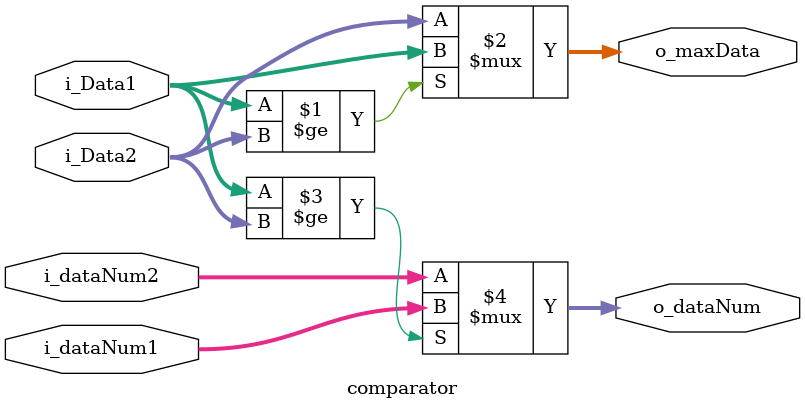
<source format=v>
`timescale 1ns / 1ps


module comparator #(parameter DATA_WIDTH = 16)
(
    input  [DATA_WIDTH-1:0] i_Data1,
    input  [DATA_WIDTH-1:0] i_Data2,
    input  [2:0] i_dataNum1,
    input  [2:0] i_dataNum2,
    output [DATA_WIDTH-1:0] o_maxData,
    output [2:0] o_dataNum
);

assign o_maxData = i_Data1>=i_Data2? i_Data1:i_Data2;
assign o_dataNum = i_Data1>=i_Data2? i_dataNum1:i_dataNum2;

endmodule

</source>
